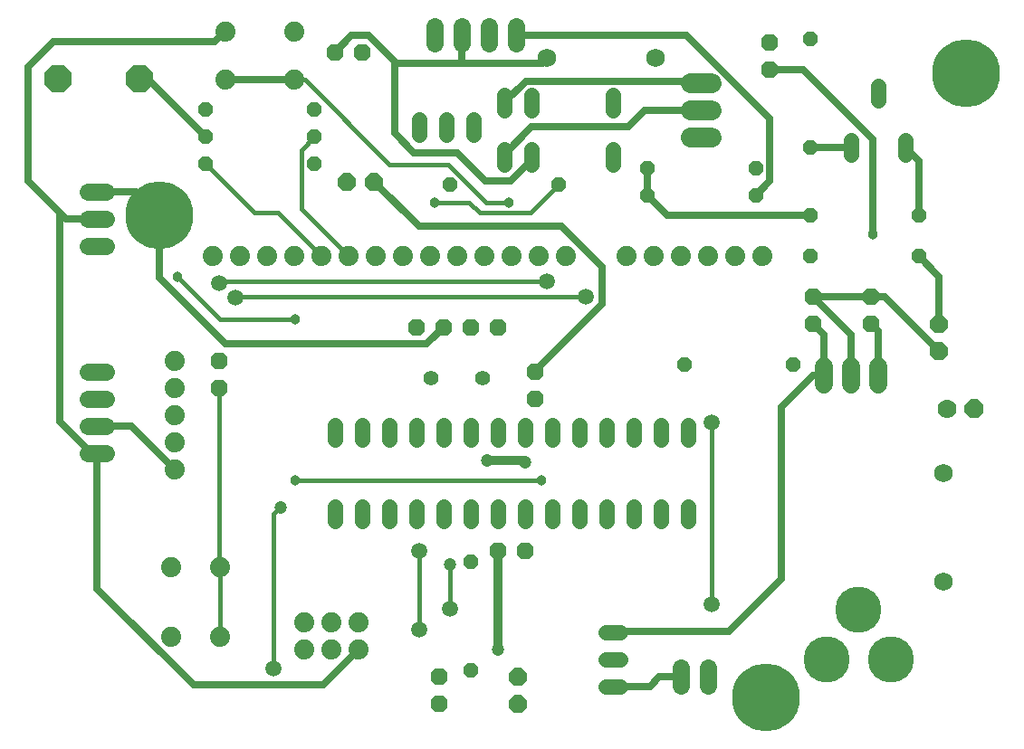
<source format=gbr>
G04 EAGLE Gerber RS-274X export*
G75*
%MOMM*%
%FSLAX34Y34*%
%LPD*%
%INTop Copper*%
%IPPOS*%
%AMOC8*
5,1,8,0,0,1.08239X$1,22.5*%
G01*
%ADD10C,1.625600*%
%ADD11P,2.749271X8X22.500000*%
%ADD12P,1.732040X8X22.500000*%
%ADD13C,1.727200*%
%ADD14C,1.879600*%
%ADD15C,1.422400*%
%ADD16P,1.814519X8X292.500000*%
%ADD17P,1.814519X8X22.500000*%
%ADD18P,1.539592X8X202.500000*%
%ADD19P,1.539592X8X22.500000*%
%ADD20P,1.539592X8X292.500000*%
%ADD21P,1.539592X8X112.500000*%
%ADD22C,1.879600*%
%ADD23C,1.422400*%
%ADD24P,1.732040X8X112.500000*%
%ADD25C,1.727200*%
%ADD26P,1.924489X8X22.500000*%
%ADD27C,1.778000*%
%ADD28P,1.732040X8X202.500000*%
%ADD29P,1.732040X8X292.500000*%
%ADD30C,6.350000*%
%ADD31C,4.318000*%
%ADD32C,1.200000*%
%ADD33C,0.812800*%
%ADD34C,0.635000*%
%ADD35C,1.500000*%
%ADD36C,0.406400*%
%ADD37C,0.965200*%


D10*
X92778Y275450D02*
X76522Y275450D01*
X76522Y300850D02*
X92778Y300850D01*
X92778Y326250D02*
X76522Y326250D01*
X76522Y351650D02*
X92778Y351650D01*
D11*
X48300Y625650D03*
X124500Y625650D03*
D12*
X306900Y650100D03*
X332300Y650100D03*
D10*
X656150Y74028D02*
X656150Y57772D01*
X630750Y57772D02*
X630750Y74028D01*
D13*
X607250Y644700D03*
X505650Y644700D03*
D10*
X400250Y658322D02*
X400250Y674578D01*
X425650Y674578D02*
X425650Y658322D01*
X451050Y658322D02*
X451050Y674578D01*
X476450Y674578D02*
X476450Y658322D01*
D14*
X640402Y621050D02*
X659198Y621050D01*
X659198Y595650D02*
X640402Y595650D01*
X640402Y570250D02*
X659198Y570250D01*
D15*
X465650Y559262D02*
X465650Y545038D01*
X491050Y545038D02*
X491050Y559262D01*
X567250Y559262D02*
X567250Y545038D01*
X567250Y595838D02*
X567250Y610062D01*
X491050Y610062D02*
X491050Y595838D01*
X465650Y595838D02*
X465650Y610062D01*
D16*
X872050Y396100D03*
X872050Y370700D03*
D17*
X318650Y529450D03*
X344050Y529450D03*
D16*
X478350Y65900D03*
X478350Y40500D03*
D15*
X411200Y573138D02*
X411200Y587362D01*
X436600Y587362D02*
X436600Y573138D01*
X385800Y573138D02*
X385800Y587362D01*
D18*
X853000Y459600D03*
X751400Y459600D03*
D19*
X599000Y542150D03*
X700600Y542150D03*
X599000Y516750D03*
X700600Y516750D03*
D18*
X516450Y526750D03*
X414850Y526750D03*
D19*
X186250Y545800D03*
X287850Y545800D03*
D20*
X433900Y173850D03*
X433900Y72250D03*
D18*
X287850Y571200D03*
X186250Y571200D03*
X287850Y596600D03*
X186250Y596600D03*
X853000Y497700D03*
X751400Y497700D03*
D21*
X751400Y561200D03*
X751400Y662800D03*
D15*
X840300Y568312D02*
X840300Y554088D01*
X789500Y554088D02*
X789500Y568312D01*
X814900Y604888D02*
X814900Y619112D01*
X574362Y56850D02*
X560138Y56850D01*
X560138Y82250D02*
X574362Y82250D01*
X574362Y107650D02*
X560138Y107650D01*
D22*
X269562Y624794D03*
X204538Y624794D03*
X269562Y670006D03*
X204538Y670006D03*
D10*
X92778Y468800D02*
X76522Y468800D01*
X76522Y494200D02*
X92778Y494200D01*
X92778Y519600D02*
X76522Y519600D01*
D23*
X397070Y345300D03*
X445330Y345300D03*
D24*
X808550Y396100D03*
X808550Y421500D03*
D15*
X637100Y301612D02*
X637100Y287388D01*
X611700Y287388D02*
X611700Y301612D01*
X586300Y301612D02*
X586300Y287388D01*
X560900Y287388D02*
X560900Y301612D01*
X535500Y301612D02*
X535500Y287388D01*
X510100Y287388D02*
X510100Y301612D01*
X484700Y301612D02*
X484700Y287388D01*
X459300Y287388D02*
X459300Y301612D01*
X433900Y301612D02*
X433900Y287388D01*
X408500Y287388D02*
X408500Y301612D01*
X383100Y301612D02*
X383100Y287388D01*
X357700Y287388D02*
X357700Y301612D01*
X332300Y301612D02*
X332300Y287388D01*
X306900Y287388D02*
X306900Y301612D01*
X306900Y225412D02*
X306900Y211188D01*
X332300Y211188D02*
X332300Y225412D01*
X357700Y225412D02*
X357700Y211188D01*
X383100Y211188D02*
X383100Y225412D01*
X408500Y225412D02*
X408500Y211188D01*
X433900Y211188D02*
X433900Y225412D01*
X459300Y225412D02*
X459300Y211188D01*
X484700Y211188D02*
X484700Y225412D01*
X510100Y225412D02*
X510100Y211188D01*
X535500Y211188D02*
X535500Y225412D01*
X560900Y225412D02*
X560900Y211188D01*
X586300Y211188D02*
X586300Y225412D01*
X611700Y225412D02*
X611700Y211188D01*
X637100Y211188D02*
X637100Y225412D01*
D13*
X876175Y154800D03*
X876175Y256400D03*
D25*
X815375Y339364D02*
X815375Y356636D01*
X789975Y356636D02*
X789975Y339364D01*
X764575Y339364D02*
X764575Y356636D01*
D22*
X706950Y459600D03*
X681550Y459600D03*
X656150Y459600D03*
X630750Y459600D03*
X605350Y459600D03*
X579950Y459600D03*
X522800Y459600D03*
X497400Y459600D03*
X472000Y459600D03*
X446600Y459600D03*
X421200Y459600D03*
X395800Y459600D03*
X370400Y459600D03*
X345000Y459600D03*
X319600Y459600D03*
X294200Y459600D03*
X268800Y459600D03*
X243400Y459600D03*
X218000Y459600D03*
X192600Y459600D03*
D26*
X904750Y316725D03*
D27*
X879350Y316725D03*
D24*
X754575Y396100D03*
X754575Y421500D03*
D12*
X433900Y392925D03*
X459300Y392925D03*
D28*
X408500Y392925D03*
X383100Y392925D03*
X485175Y183375D03*
X459775Y183375D03*
D29*
X198950Y361175D03*
X198950Y335775D03*
D22*
X154119Y103238D03*
X154119Y168262D03*
X199331Y103238D03*
X199331Y168262D03*
X329125Y116700D03*
X329125Y91300D03*
X303725Y116700D03*
X303725Y91300D03*
X278325Y116700D03*
X278325Y91300D03*
D29*
X494225Y351650D03*
X494225Y326250D03*
D18*
X735525Y358000D03*
X633925Y358000D03*
D22*
X157675Y259575D03*
X157675Y284975D03*
X157675Y310375D03*
X157675Y335775D03*
X157675Y361175D03*
D29*
X404850Y65900D03*
X404850Y40500D03*
D24*
X713300Y634225D03*
X713300Y659625D03*
D30*
X142750Y497700D03*
X897450Y631050D03*
X710125Y46700D03*
D31*
X826800Y81775D03*
X796800Y128775D03*
X766800Y81775D03*
D32*
X484700Y266400D03*
X449775Y267988D03*
D33*
X483113Y267988D02*
X484700Y266400D01*
X483113Y267988D02*
X449775Y267988D01*
D34*
X754575Y421500D02*
X808550Y421500D01*
X821250Y421500D01*
X872050Y370700D01*
X116400Y300850D02*
X84650Y300850D01*
X116400Y300850D02*
X157675Y259575D01*
X392752Y377177D02*
X408500Y392925D01*
X385739Y487761D02*
X344050Y529450D01*
X385739Y487761D02*
X518886Y487761D01*
X494225Y352312D02*
X494225Y351650D01*
X557097Y449550D02*
X518886Y487761D01*
X557097Y449550D02*
X557097Y415184D01*
X494225Y352312D01*
X392752Y377177D02*
X205042Y377177D01*
X142750Y439469D01*
X142750Y497700D01*
X789975Y386100D02*
X789975Y348000D01*
X789975Y386100D02*
X754575Y421500D01*
X120850Y519600D02*
X84650Y519600D01*
X120850Y519600D02*
X142750Y497700D01*
D33*
X459775Y183375D02*
X459775Y91460D01*
X459935Y91300D01*
D32*
X459935Y91300D03*
D34*
X618050Y497700D02*
X599000Y516750D01*
X618050Y497700D02*
X751400Y497700D01*
X599000Y516750D02*
X599000Y542150D01*
X204538Y670006D02*
X194532Y660000D01*
X50000Y500000D02*
X20000Y530000D01*
X50000Y500000D02*
X55800Y494200D01*
X84650Y494200D01*
X363359Y640415D02*
X425650Y640415D01*
X425650Y666450D01*
X194532Y660000D02*
X43734Y660000D01*
X20000Y636266D01*
X20000Y530000D01*
X329125Y91300D02*
X295851Y58026D01*
X175084Y58026D01*
X84650Y148460D01*
X84650Y275450D01*
X79471Y275450D01*
X50000Y304921D01*
X50000Y500000D01*
X306900Y650100D02*
X322648Y665848D01*
X338823Y665848D01*
X363359Y641312D01*
X363359Y640415D02*
X363359Y574565D01*
X381329Y556595D01*
X421327Y556595D01*
X491050Y552150D02*
X491050Y549424D01*
X447743Y530179D02*
X421327Y556595D01*
X447743Y530179D02*
X471805Y530179D01*
X491050Y549424D01*
X501365Y640415D02*
X425650Y640415D01*
X501365Y640415D02*
X505650Y644700D01*
X363359Y641312D02*
X363359Y640415D01*
D35*
X541850Y421500D03*
D36*
X214825Y421500D01*
X214030Y420705D01*
D35*
X214030Y420705D03*
X505338Y435788D03*
D36*
X200538Y435788D01*
X198950Y434200D01*
D35*
X198950Y434200D03*
D34*
X204538Y624794D02*
X269562Y624794D01*
D37*
X470000Y510000D03*
D36*
X279053Y624794D02*
X269562Y624794D01*
X358395Y545452D02*
X413390Y545452D01*
X358395Y545452D02*
X279053Y624794D01*
X448842Y510000D02*
X470000Y510000D01*
X448842Y510000D02*
X413390Y545452D01*
D37*
X400000Y510000D03*
D36*
X432888Y510000D01*
X489794Y500094D02*
X516450Y526750D01*
X489794Y500094D02*
X442794Y500094D01*
X432888Y510000D01*
X287850Y571200D02*
X275658Y559008D01*
X275658Y503542D01*
X319600Y459600D01*
X232050Y500000D02*
X186250Y545800D01*
X232050Y500000D02*
X253800Y500000D01*
X294200Y459600D01*
D34*
X840300Y561200D02*
X853000Y548500D01*
X853000Y497700D01*
X789500Y561200D02*
X751400Y561200D01*
X649800Y595650D02*
X596780Y595650D01*
X581601Y580471D01*
X491245Y580471D01*
X465650Y554876D01*
X465650Y552150D01*
X465650Y602950D02*
X465650Y603521D01*
X485526Y623397D01*
X647453Y623397D01*
X649800Y621050D01*
X853000Y459600D02*
X872050Y440550D01*
X872050Y396100D01*
X815375Y389275D02*
X808550Y396100D01*
X815375Y389275D02*
X815375Y348000D01*
X635889Y666450D02*
X476450Y666450D01*
X700600Y516750D02*
X713935Y530085D01*
X713935Y588404D01*
X635889Y666450D01*
D37*
X500000Y250000D03*
D36*
X270000Y250000D01*
D37*
X270000Y400000D03*
X270000Y250000D03*
X160000Y440000D03*
D36*
X200000Y400000D02*
X270000Y400000D01*
X200000Y400000D02*
X160000Y440000D01*
D35*
X249750Y73273D03*
D36*
X249750Y218300D01*
X256100Y224650D01*
D32*
X256100Y224650D03*
D35*
X414850Y129400D03*
D36*
X414850Y170675D01*
D32*
X414850Y170675D03*
D35*
X386275Y183375D03*
D36*
X386275Y110350D01*
D35*
X386275Y110350D03*
X659325Y304025D03*
X659325Y133525D03*
D36*
X198950Y168643D02*
X198950Y335775D01*
X198950Y168643D02*
X199331Y168262D01*
X199331Y103238D01*
X659325Y133525D02*
X659325Y304025D01*
D34*
X630750Y65900D02*
X610750Y65900D01*
X601700Y56850D01*
X567250Y56850D01*
X764575Y386100D02*
X754575Y396100D01*
X764575Y386100D02*
X764575Y348000D01*
D37*
X810000Y480000D03*
D34*
X675641Y108278D02*
X567878Y108278D01*
X567250Y107650D01*
X675641Y108278D02*
X724575Y157212D01*
X724575Y318000D01*
X754575Y348000D02*
X764575Y348000D01*
X754575Y348000D02*
X724575Y318000D01*
X713300Y634225D02*
X744601Y634225D01*
X810000Y568826D01*
X810000Y480000D01*
X186250Y571200D02*
X131800Y625650D01*
X124500Y625650D01*
M02*

</source>
